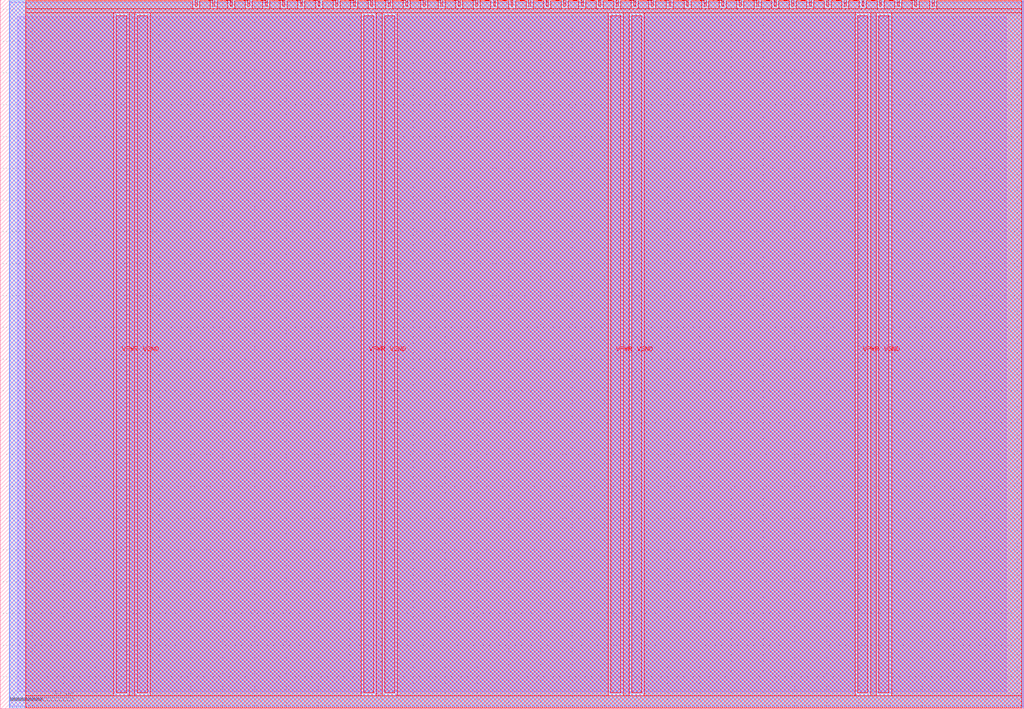
<source format=lef>
VERSION 5.7 ;
  NOWIREEXTENSIONATPIN ON ;
  DIVIDERCHAR "/" ;
  BUSBITCHARS "[]" ;
MACRO tt_um_rebeccargb_intercal_alu
  CLASS BLOCK ;
  FOREIGN tt_um_rebeccargb_intercal_alu ;
  ORIGIN 0.000 0.000 ;
  SIZE 161.000 BY 111.520 ;
  PIN VGND
    DIRECTION INOUT ;
    USE GROUND ;
    PORT
      LAYER met4 ;
        RECT 21.580 2.480 23.180 109.040 ;
    END
    PORT
      LAYER met4 ;
        RECT 60.450 2.480 62.050 109.040 ;
    END
    PORT
      LAYER met4 ;
        RECT 99.320 2.480 100.920 109.040 ;
    END
    PORT
      LAYER met4 ;
        RECT 138.190 2.480 139.790 109.040 ;
    END
  END VGND
  PIN VPWR
    DIRECTION INOUT ;
    USE POWER ;
    PORT
      LAYER met4 ;
        RECT 18.280 2.480 19.880 109.040 ;
    END
    PORT
      LAYER met4 ;
        RECT 57.150 2.480 58.750 109.040 ;
    END
    PORT
      LAYER met4 ;
        RECT 96.020 2.480 97.620 109.040 ;
    END
    PORT
      LAYER met4 ;
        RECT 134.890 2.480 136.490 109.040 ;
    END
  END VPWR
  PIN clk
    DIRECTION INPUT ;
    USE SIGNAL ;
    ANTENNAGATEAREA 0.852000 ;
    PORT
      LAYER met4 ;
        RECT 143.830 110.520 144.130 111.520 ;
    END
  END clk
  PIN ena
    DIRECTION INPUT ;
    USE SIGNAL ;
    PORT
      LAYER met4 ;
        RECT 146.590 110.520 146.890 111.520 ;
    END
  END ena
  PIN rst_n
    DIRECTION INPUT ;
    USE SIGNAL ;
    PORT
      LAYER met4 ;
        RECT 141.070 110.520 141.370 111.520 ;
    END
  END rst_n
  PIN ui_in[0]
    DIRECTION INPUT ;
    USE SIGNAL ;
    ANTENNAGATEAREA 0.196500 ;
    ANTENNADIFFAREA 0.434700 ;
    PORT
      LAYER met4 ;
        RECT 138.310 110.520 138.610 111.520 ;
    END
  END ui_in[0]
  PIN ui_in[1]
    DIRECTION INPUT ;
    USE SIGNAL ;
    ANTENNAGATEAREA 0.213000 ;
    ANTENNADIFFAREA 0.434700 ;
    PORT
      LAYER met4 ;
        RECT 135.550 110.520 135.850 111.520 ;
    END
  END ui_in[1]
  PIN ui_in[2]
    DIRECTION INPUT ;
    USE SIGNAL ;
    ANTENNAGATEAREA 0.126000 ;
    PORT
      LAYER met4 ;
        RECT 132.790 110.520 133.090 111.520 ;
    END
  END ui_in[2]
  PIN ui_in[3]
    DIRECTION INPUT ;
    USE SIGNAL ;
    ANTENNAGATEAREA 0.126000 ;
    PORT
      LAYER met4 ;
        RECT 130.030 110.520 130.330 111.520 ;
    END
  END ui_in[3]
  PIN ui_in[4]
    DIRECTION INPUT ;
    USE SIGNAL ;
    ANTENNAGATEAREA 0.213000 ;
    PORT
      LAYER met4 ;
        RECT 127.270 110.520 127.570 111.520 ;
    END
  END ui_in[4]
  PIN ui_in[5]
    DIRECTION INPUT ;
    USE SIGNAL ;
    ANTENNAGATEAREA 0.213000 ;
    PORT
      LAYER met4 ;
        RECT 124.510 110.520 124.810 111.520 ;
    END
  END ui_in[5]
  PIN ui_in[6]
    DIRECTION INPUT ;
    USE SIGNAL ;
    ANTENNAGATEAREA 0.126000 ;
    PORT
      LAYER met4 ;
        RECT 121.750 110.520 122.050 111.520 ;
    END
  END ui_in[6]
  PIN ui_in[7]
    DIRECTION INPUT ;
    USE SIGNAL ;
    ANTENNAGATEAREA 0.196500 ;
    PORT
      LAYER met4 ;
        RECT 118.990 110.520 119.290 111.520 ;
    END
  END ui_in[7]
  PIN uio_in[0]
    DIRECTION INPUT ;
    USE SIGNAL ;
    ANTENNAGATEAREA 0.159000 ;
    PORT
      LAYER met4 ;
        RECT 116.230 110.520 116.530 111.520 ;
    END
  END uio_in[0]
  PIN uio_in[1]
    DIRECTION INPUT ;
    USE SIGNAL ;
    ANTENNAGATEAREA 0.159000 ;
    PORT
      LAYER met4 ;
        RECT 113.470 110.520 113.770 111.520 ;
    END
  END uio_in[1]
  PIN uio_in[2]
    DIRECTION INPUT ;
    USE SIGNAL ;
    ANTENNAGATEAREA 0.159000 ;
    ANTENNADIFFAREA 0.869400 ;
    PORT
      LAYER met4 ;
        RECT 110.710 110.520 111.010 111.520 ;
    END
  END uio_in[2]
  PIN uio_in[3]
    DIRECTION INPUT ;
    USE SIGNAL ;
    ANTENNAGATEAREA 0.159000 ;
    PORT
      LAYER met4 ;
        RECT 107.950 110.520 108.250 111.520 ;
    END
  END uio_in[3]
  PIN uio_in[4]
    DIRECTION INPUT ;
    USE SIGNAL ;
    ANTENNAGATEAREA 0.159000 ;
    PORT
      LAYER met4 ;
        RECT 105.190 110.520 105.490 111.520 ;
    END
  END uio_in[4]
  PIN uio_in[5]
    DIRECTION INPUT ;
    USE SIGNAL ;
    ANTENNAGATEAREA 0.159000 ;
    PORT
      LAYER met4 ;
        RECT 102.430 110.520 102.730 111.520 ;
    END
  END uio_in[5]
  PIN uio_in[6]
    DIRECTION INPUT ;
    USE SIGNAL ;
    ANTENNAGATEAREA 0.159000 ;
    PORT
      LAYER met4 ;
        RECT 99.670 110.520 99.970 111.520 ;
    END
  END uio_in[6]
  PIN uio_in[7]
    DIRECTION INPUT ;
    USE SIGNAL ;
    ANTENNAGATEAREA 0.159000 ;
    PORT
      LAYER met4 ;
        RECT 96.910 110.520 97.210 111.520 ;
    END
  END uio_in[7]
  PIN uio_oe[0]
    DIRECTION OUTPUT ;
    USE SIGNAL ;
    ANTENNADIFFAREA 0.445500 ;
    PORT
      LAYER met4 ;
        RECT 49.990 110.520 50.290 111.520 ;
    END
  END uio_oe[0]
  PIN uio_oe[1]
    DIRECTION OUTPUT ;
    USE SIGNAL ;
    ANTENNADIFFAREA 0.445500 ;
    PORT
      LAYER met4 ;
        RECT 47.230 110.520 47.530 111.520 ;
    END
  END uio_oe[1]
  PIN uio_oe[2]
    DIRECTION OUTPUT ;
    USE SIGNAL ;
    ANTENNADIFFAREA 0.445500 ;
    PORT
      LAYER met4 ;
        RECT 44.470 110.520 44.770 111.520 ;
    END
  END uio_oe[2]
  PIN uio_oe[3]
    DIRECTION OUTPUT ;
    USE SIGNAL ;
    ANTENNADIFFAREA 0.445500 ;
    PORT
      LAYER met4 ;
        RECT 41.710 110.520 42.010 111.520 ;
    END
  END uio_oe[3]
  PIN uio_oe[4]
    DIRECTION OUTPUT ;
    USE SIGNAL ;
    ANTENNADIFFAREA 0.445500 ;
    PORT
      LAYER met4 ;
        RECT 38.950 110.520 39.250 111.520 ;
    END
  END uio_oe[4]
  PIN uio_oe[5]
    DIRECTION OUTPUT ;
    USE SIGNAL ;
    ANTENNADIFFAREA 0.445500 ;
    PORT
      LAYER met4 ;
        RECT 36.190 110.520 36.490 111.520 ;
    END
  END uio_oe[5]
  PIN uio_oe[6]
    DIRECTION OUTPUT ;
    USE SIGNAL ;
    ANTENNADIFFAREA 0.445500 ;
    PORT
      LAYER met4 ;
        RECT 33.430 110.520 33.730 111.520 ;
    END
  END uio_oe[6]
  PIN uio_oe[7]
    DIRECTION OUTPUT ;
    USE SIGNAL ;
    ANTENNAGATEAREA 1.113000 ;
    ANTENNADIFFAREA 1.075200 ;
    PORT
      LAYER met4 ;
        RECT 30.670 110.520 30.970 111.520 ;
    END
  END uio_oe[7]
  PIN uio_out[0]
    DIRECTION OUTPUT ;
    USE SIGNAL ;
    ANTENNAGATEAREA 0.742500 ;
    ANTENNADIFFAREA 0.891000 ;
    PORT
      LAYER met4 ;
        RECT 72.070 110.520 72.370 111.520 ;
    END
  END uio_out[0]
  PIN uio_out[1]
    DIRECTION OUTPUT ;
    USE SIGNAL ;
    ANTENNAGATEAREA 0.742500 ;
    ANTENNADIFFAREA 0.891000 ;
    PORT
      LAYER met4 ;
        RECT 69.310 110.520 69.610 111.520 ;
    END
  END uio_out[1]
  PIN uio_out[2]
    DIRECTION OUTPUT ;
    USE SIGNAL ;
    ANTENNAGATEAREA 0.742500 ;
    ANTENNADIFFAREA 0.891000 ;
    PORT
      LAYER met4 ;
        RECT 66.550 110.520 66.850 111.520 ;
    END
  END uio_out[2]
  PIN uio_out[3]
    DIRECTION OUTPUT ;
    USE SIGNAL ;
    ANTENNAGATEAREA 0.742500 ;
    ANTENNADIFFAREA 0.891000 ;
    PORT
      LAYER met4 ;
        RECT 63.790 110.520 64.090 111.520 ;
    END
  END uio_out[3]
  PIN uio_out[4]
    DIRECTION OUTPUT ;
    USE SIGNAL ;
    ANTENNAGATEAREA 0.742500 ;
    ANTENNADIFFAREA 0.891000 ;
    PORT
      LAYER met4 ;
        RECT 61.030 110.520 61.330 111.520 ;
    END
  END uio_out[4]
  PIN uio_out[5]
    DIRECTION OUTPUT ;
    USE SIGNAL ;
    ANTENNAGATEAREA 0.742500 ;
    ANTENNADIFFAREA 0.891000 ;
    PORT
      LAYER met4 ;
        RECT 58.270 110.520 58.570 111.520 ;
    END
  END uio_out[5]
  PIN uio_out[6]
    DIRECTION OUTPUT ;
    USE SIGNAL ;
    ANTENNAGATEAREA 0.742500 ;
    ANTENNADIFFAREA 0.891000 ;
    PORT
      LAYER met4 ;
        RECT 55.510 110.520 55.810 111.520 ;
    END
  END uio_out[6]
  PIN uio_out[7]
    DIRECTION OUTPUT ;
    USE SIGNAL ;
    ANTENNAGATEAREA 0.742500 ;
    ANTENNADIFFAREA 0.891000 ;
    PORT
      LAYER met4 ;
        RECT 52.750 110.520 53.050 111.520 ;
    END
  END uio_out[7]
  PIN uo_out[0]
    DIRECTION OUTPUT ;
    USE SIGNAL ;
    ANTENNADIFFAREA 1.782000 ;
    PORT
      LAYER met4 ;
        RECT 94.150 110.520 94.450 111.520 ;
    END
  END uo_out[0]
  PIN uo_out[1]
    DIRECTION OUTPUT ;
    USE SIGNAL ;
    ANTENNADIFFAREA 1.782000 ;
    PORT
      LAYER met4 ;
        RECT 91.390 110.520 91.690 111.520 ;
    END
  END uo_out[1]
  PIN uo_out[2]
    DIRECTION OUTPUT ;
    USE SIGNAL ;
    ANTENNADIFFAREA 1.782000 ;
    PORT
      LAYER met4 ;
        RECT 88.630 110.520 88.930 111.520 ;
    END
  END uo_out[2]
  PIN uo_out[3]
    DIRECTION OUTPUT ;
    USE SIGNAL ;
    ANTENNADIFFAREA 1.782000 ;
    PORT
      LAYER met4 ;
        RECT 85.870 110.520 86.170 111.520 ;
    END
  END uo_out[3]
  PIN uo_out[4]
    DIRECTION OUTPUT ;
    USE SIGNAL ;
    ANTENNADIFFAREA 1.782000 ;
    PORT
      LAYER met4 ;
        RECT 83.110 110.520 83.410 111.520 ;
    END
  END uo_out[4]
  PIN uo_out[5]
    DIRECTION OUTPUT ;
    USE SIGNAL ;
    ANTENNADIFFAREA 1.782000 ;
    PORT
      LAYER met4 ;
        RECT 80.350 110.520 80.650 111.520 ;
    END
  END uo_out[5]
  PIN uo_out[6]
    DIRECTION OUTPUT ;
    USE SIGNAL ;
    ANTENNADIFFAREA 1.782000 ;
    PORT
      LAYER met4 ;
        RECT 77.590 110.520 77.890 111.520 ;
    END
  END uo_out[6]
  PIN uo_out[7]
    DIRECTION OUTPUT ;
    USE SIGNAL ;
    ANTENNADIFFAREA 1.782000 ;
    PORT
      LAYER met4 ;
        RECT 74.830 110.520 75.130 111.520 ;
    END
  END uo_out[7]
  OBS
      LAYER li1 ;
        RECT 2.760 2.635 158.240 108.885 ;
      LAYER met1 ;
        RECT 1.450 0.380 160.930 111.140 ;
      LAYER met2 ;
        RECT 1.470 0.155 160.900 111.365 ;
      LAYER met3 ;
        RECT 1.445 0.175 160.730 111.345 ;
      LAYER met4 ;
        RECT 3.975 110.120 30.270 111.345 ;
        RECT 31.370 110.120 33.030 111.345 ;
        RECT 34.130 110.120 35.790 111.345 ;
        RECT 36.890 110.120 38.550 111.345 ;
        RECT 39.650 110.120 41.310 111.345 ;
        RECT 42.410 110.120 44.070 111.345 ;
        RECT 45.170 110.120 46.830 111.345 ;
        RECT 47.930 110.120 49.590 111.345 ;
        RECT 50.690 110.120 52.350 111.345 ;
        RECT 53.450 110.120 55.110 111.345 ;
        RECT 56.210 110.120 57.870 111.345 ;
        RECT 58.970 110.120 60.630 111.345 ;
        RECT 61.730 110.120 63.390 111.345 ;
        RECT 64.490 110.120 66.150 111.345 ;
        RECT 67.250 110.120 68.910 111.345 ;
        RECT 70.010 110.120 71.670 111.345 ;
        RECT 72.770 110.120 74.430 111.345 ;
        RECT 75.530 110.120 77.190 111.345 ;
        RECT 78.290 110.120 79.950 111.345 ;
        RECT 81.050 110.120 82.710 111.345 ;
        RECT 83.810 110.120 85.470 111.345 ;
        RECT 86.570 110.120 88.230 111.345 ;
        RECT 89.330 110.120 90.990 111.345 ;
        RECT 92.090 110.120 93.750 111.345 ;
        RECT 94.850 110.120 96.510 111.345 ;
        RECT 97.610 110.120 99.270 111.345 ;
        RECT 100.370 110.120 102.030 111.345 ;
        RECT 103.130 110.120 104.790 111.345 ;
        RECT 105.890 110.120 107.550 111.345 ;
        RECT 108.650 110.120 110.310 111.345 ;
        RECT 111.410 110.120 113.070 111.345 ;
        RECT 114.170 110.120 115.830 111.345 ;
        RECT 116.930 110.120 118.590 111.345 ;
        RECT 119.690 110.120 121.350 111.345 ;
        RECT 122.450 110.120 124.110 111.345 ;
        RECT 125.210 110.120 126.870 111.345 ;
        RECT 127.970 110.120 129.630 111.345 ;
        RECT 130.730 110.120 132.390 111.345 ;
        RECT 133.490 110.120 135.150 111.345 ;
        RECT 136.250 110.120 137.910 111.345 ;
        RECT 139.010 110.120 140.670 111.345 ;
        RECT 141.770 110.120 143.430 111.345 ;
        RECT 144.530 110.120 146.190 111.345 ;
        RECT 147.290 110.120 160.705 111.345 ;
        RECT 3.975 109.440 160.705 110.120 ;
        RECT 3.975 2.080 17.880 109.440 ;
        RECT 20.280 2.080 21.180 109.440 ;
        RECT 23.580 2.080 56.750 109.440 ;
        RECT 59.150 2.080 60.050 109.440 ;
        RECT 62.450 2.080 95.620 109.440 ;
        RECT 98.020 2.080 98.920 109.440 ;
        RECT 101.320 2.080 134.490 109.440 ;
        RECT 136.890 2.080 137.790 109.440 ;
        RECT 140.190 2.080 160.705 109.440 ;
        RECT 3.975 0.175 160.705 2.080 ;
  END
END tt_um_rebeccargb_intercal_alu
END LIBRARY


</source>
